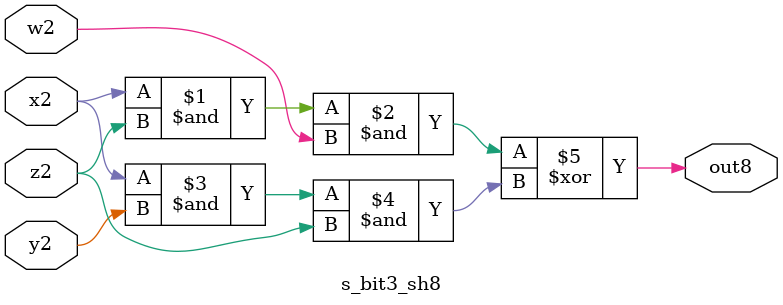
<source format=sv>

module s_bit3_sh8 (
  x2,
  y2,
  w2,
  z2,
  out8
);

    input wire x2;
    input wire y2;
    input wire w2;
    input wire z2;

    output wire out8;

    assign out8 = x2 & z2 & w2 ^ x2 & y2 & z2 ;

endmodule

</source>
